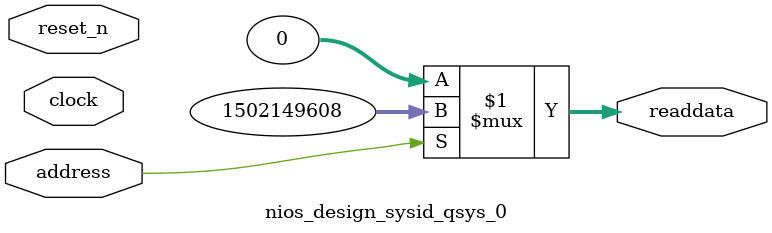
<source format=v>
module nios_design_sysid_qsys_0 (
                address,
                clock,
                reset_n,
                readdata
             )
;
  output  [ 31: 0] readdata;
  input            address;
  input            clock;
  input            reset_n;
  wire    [ 31: 0] readdata;
  assign readdata = address ? 1502149608 : 0;
endmodule
</source>
